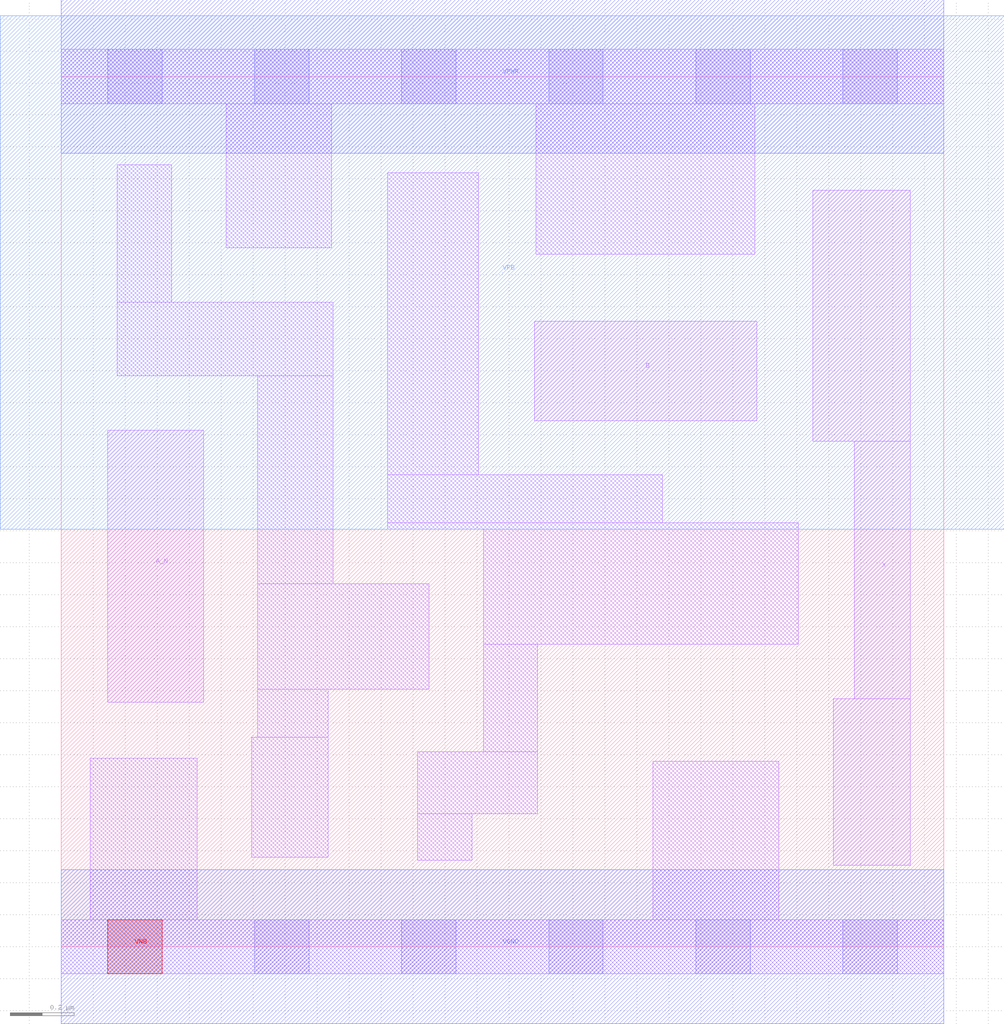
<source format=lef>
# Copyright 2020 The SkyWater PDK Authors
#
# Licensed under the Apache License, Version 2.0 (the "License");
# you may not use this file except in compliance with the License.
# You may obtain a copy of the License at
#
#     https://www.apache.org/licenses/LICENSE-2.0
#
# Unless required by applicable law or agreed to in writing, software
# distributed under the License is distributed on an "AS IS" BASIS,
# WITHOUT WARRANTIES OR CONDITIONS OF ANY KIND, either express or implied.
# See the License for the specific language governing permissions and
# limitations under the License.
#
# SPDX-License-Identifier: Apache-2.0

VERSION 5.7 ;
  NOWIREEXTENSIONATPIN ON ;
  DIVIDERCHAR "/" ;
  BUSBITCHARS "[]" ;
MACRO sky130_fd_sc_hd__and2b_1
  CLASS CORE ;
  FOREIGN sky130_fd_sc_hd__and2b_1 ;
  ORIGIN  0.000000  0.000000 ;
  SIZE  2.760000 BY  2.720000 ;
  SYMMETRY X Y R90 ;
  SITE unithd ;
  PIN A_N
    ANTENNAGATEAREA  0.126000 ;
    DIRECTION INPUT ;
    USE SIGNAL ;
    PORT
      LAYER li1 ;
        RECT 0.145000 0.765000 0.445000 1.615000 ;
    END
  END A_N
  PIN B
    ANTENNAGATEAREA  0.126000 ;
    DIRECTION INPUT ;
    USE SIGNAL ;
    PORT
      LAYER li1 ;
        RECT 1.480000 1.645000 2.175000 1.955000 ;
    END
  END B
  PIN X
    ANTENNADIFFAREA  0.429000 ;
    DIRECTION OUTPUT ;
    USE SIGNAL ;
    PORT
      LAYER li1 ;
        RECT 2.350000 1.580000 2.655000 2.365000 ;
        RECT 2.415000 0.255000 2.655000 0.775000 ;
        RECT 2.480000 0.775000 2.655000 1.580000 ;
    END
  END X
  PIN VGND
    DIRECTION INOUT ;
    SHAPE ABUTMENT ;
    USE GROUND ;
    PORT
      LAYER met1 ;
        RECT 0.000000 -0.240000 2.760000 0.240000 ;
    END
  END VGND
  PIN VNB
    DIRECTION INOUT ;
    USE GROUND ;
    PORT
      LAYER pwell ;
        RECT 0.145000 -0.085000 0.315000 0.085000 ;
    END
  END VNB
  PIN VPB
    DIRECTION INOUT ;
    USE POWER ;
    PORT
      LAYER nwell ;
        RECT -0.190000 1.305000 2.950000 2.910000 ;
    END
  END VPB
  PIN VPWR
    DIRECTION INOUT ;
    SHAPE ABUTMENT ;
    USE POWER ;
    PORT
      LAYER met1 ;
        RECT 0.000000 2.480000 2.760000 2.960000 ;
    END
  END VPWR
  OBS
    LAYER li1 ;
      RECT 0.000000 -0.085000 2.760000 0.085000 ;
      RECT 0.000000  2.635000 2.760000 2.805000 ;
      RECT 0.090000  0.085000 0.425000 0.590000 ;
      RECT 0.175000  1.785000 0.850000 2.015000 ;
      RECT 0.175000  2.015000 0.345000 2.445000 ;
      RECT 0.515000  2.185000 0.845000 2.635000 ;
      RECT 0.595000  0.280000 0.835000 0.655000 ;
      RECT 0.615000  0.655000 0.835000 0.805000 ;
      RECT 0.615000  0.805000 1.150000 1.135000 ;
      RECT 0.615000  1.135000 0.850000 1.785000 ;
      RECT 1.020000  1.305000 2.305000 1.325000 ;
      RECT 1.020000  1.325000 1.880000 1.475000 ;
      RECT 1.020000  1.475000 1.305000 2.420000 ;
      RECT 1.115000  0.270000 1.285000 0.415000 ;
      RECT 1.115000  0.415000 1.490000 0.610000 ;
      RECT 1.320000  0.610000 1.490000 0.945000 ;
      RECT 1.320000  0.945000 2.305000 1.305000 ;
      RECT 1.485000  2.165000 2.170000 2.635000 ;
      RECT 1.850000  0.085000 2.245000 0.580000 ;
    LAYER mcon ;
      RECT 0.145000 -0.085000 0.315000 0.085000 ;
      RECT 0.145000  2.635000 0.315000 2.805000 ;
      RECT 0.605000 -0.085000 0.775000 0.085000 ;
      RECT 0.605000  2.635000 0.775000 2.805000 ;
      RECT 1.065000 -0.085000 1.235000 0.085000 ;
      RECT 1.065000  2.635000 1.235000 2.805000 ;
      RECT 1.525000 -0.085000 1.695000 0.085000 ;
      RECT 1.525000  2.635000 1.695000 2.805000 ;
      RECT 1.985000 -0.085000 2.155000 0.085000 ;
      RECT 1.985000  2.635000 2.155000 2.805000 ;
      RECT 2.445000 -0.085000 2.615000 0.085000 ;
      RECT 2.445000  2.635000 2.615000 2.805000 ;
  END
END sky130_fd_sc_hd__and2b_1
END LIBRARY

</source>
